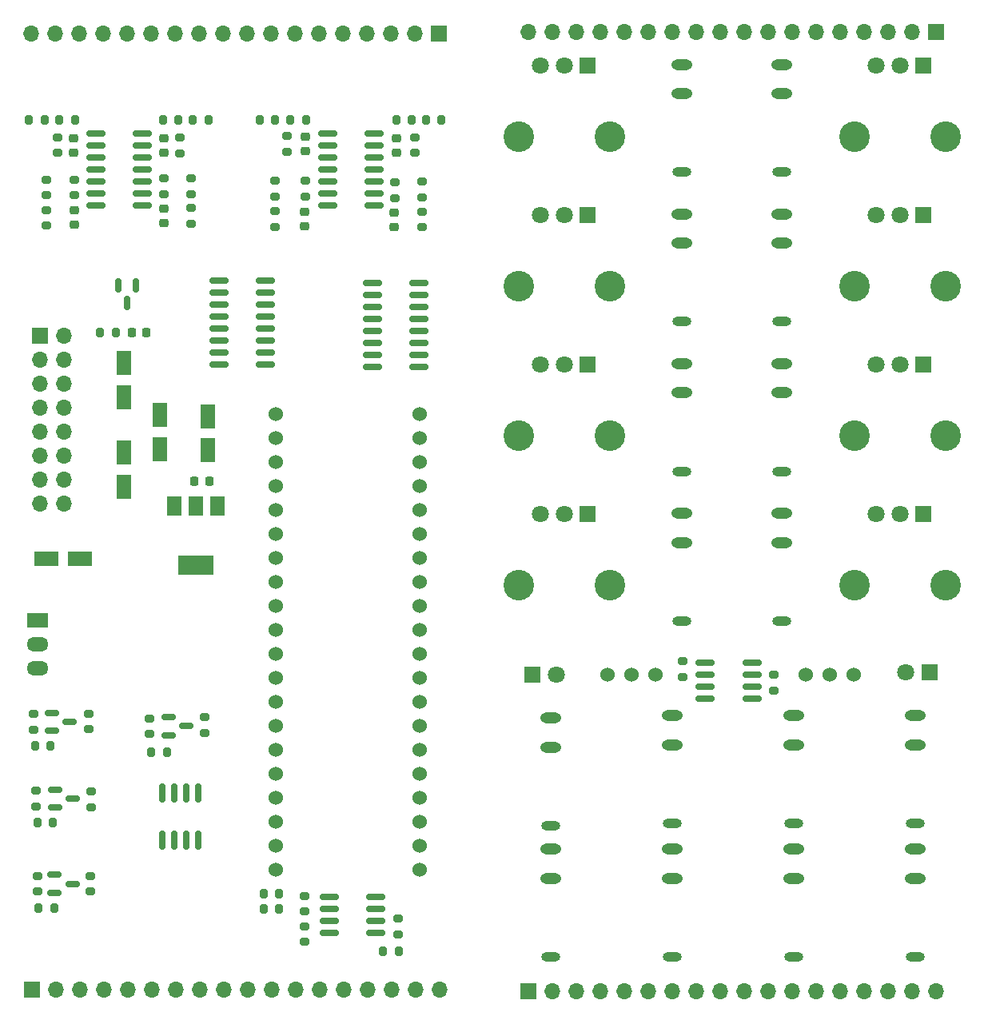
<source format=gts>
%TF.GenerationSoftware,KiCad,Pcbnew,(6.0.0-0)*%
%TF.CreationDate,2022-09-18T03:09:56-04:00*%
%TF.ProjectId,daisy_hardware_v1,64616973-795f-4686-9172-64776172655f,rev?*%
%TF.SameCoordinates,Original*%
%TF.FileFunction,Soldermask,Top*%
%TF.FilePolarity,Negative*%
%FSLAX46Y46*%
G04 Gerber Fmt 4.6, Leading zero omitted, Abs format (unit mm)*
G04 Created by KiCad (PCBNEW (6.0.0-0)) date 2022-09-18 03:09:56*
%MOMM*%
%LPD*%
G01*
G04 APERTURE LIST*
G04 Aperture macros list*
%AMRoundRect*
0 Rectangle with rounded corners*
0 $1 Rounding radius*
0 $2 $3 $4 $5 $6 $7 $8 $9 X,Y pos of 4 corners*
0 Add a 4 corners polygon primitive as box body*
4,1,4,$2,$3,$4,$5,$6,$7,$8,$9,$2,$3,0*
0 Add four circle primitives for the rounded corners*
1,1,$1+$1,$2,$3*
1,1,$1+$1,$4,$5*
1,1,$1+$1,$6,$7*
1,1,$1+$1,$8,$9*
0 Add four rect primitives between the rounded corners*
20,1,$1+$1,$2,$3,$4,$5,0*
20,1,$1+$1,$4,$5,$6,$7,0*
20,1,$1+$1,$6,$7,$8,$9,0*
20,1,$1+$1,$8,$9,$2,$3,0*%
G04 Aperture macros list end*
%ADD10O,2.216000X1.108000*%
%ADD11O,2.016000X1.008000*%
%ADD12RoundRect,0.250000X0.550000X-1.050000X0.550000X1.050000X-0.550000X1.050000X-0.550000X-1.050000X0*%
%ADD13RoundRect,0.200000X0.275000X-0.200000X0.275000X0.200000X-0.275000X0.200000X-0.275000X-0.200000X0*%
%ADD14RoundRect,0.200000X-0.200000X-0.275000X0.200000X-0.275000X0.200000X0.275000X-0.200000X0.275000X0*%
%ADD15RoundRect,0.225000X0.250000X-0.225000X0.250000X0.225000X-0.250000X0.225000X-0.250000X-0.225000X0*%
%ADD16R,1.700000X1.700000*%
%ADD17O,1.700000X1.700000*%
%ADD18RoundRect,0.200000X-0.275000X0.200000X-0.275000X-0.200000X0.275000X-0.200000X0.275000X0.200000X0*%
%ADD19RoundRect,0.225000X-0.250000X0.225000X-0.250000X-0.225000X0.250000X-0.225000X0.250000X0.225000X0*%
%ADD20C,3.240000*%
%ADD21R,1.800000X1.800000*%
%ADD22C,1.800000*%
%ADD23RoundRect,0.250000X-0.550000X1.050000X-0.550000X-1.050000X0.550000X-1.050000X0.550000X1.050000X0*%
%ADD24RoundRect,0.200000X0.200000X0.275000X-0.200000X0.275000X-0.200000X-0.275000X0.200000X-0.275000X0*%
%ADD25RoundRect,0.150000X-0.587500X-0.150000X0.587500X-0.150000X0.587500X0.150000X-0.587500X0.150000X0*%
%ADD26RoundRect,0.225000X-0.225000X-0.250000X0.225000X-0.250000X0.225000X0.250000X-0.225000X0.250000X0*%
%ADD27RoundRect,0.150000X-0.150000X0.587500X-0.150000X-0.587500X0.150000X-0.587500X0.150000X0.587500X0*%
%ADD28RoundRect,0.150000X-0.825000X-0.150000X0.825000X-0.150000X0.825000X0.150000X-0.825000X0.150000X0*%
%ADD29R,1.500000X2.000000*%
%ADD30R,3.800000X2.000000*%
%ADD31RoundRect,0.150000X0.825000X0.150000X-0.825000X0.150000X-0.825000X-0.150000X0.825000X-0.150000X0*%
%ADD32RoundRect,0.250000X1.050000X0.550000X-1.050000X0.550000X-1.050000X-0.550000X1.050000X-0.550000X0*%
%ADD33C,1.524000*%
%ADD34RoundRect,0.150000X0.150000X-0.825000X0.150000X0.825000X-0.150000X0.825000X-0.150000X-0.825000X0*%
%ADD35R,2.300000X1.500000*%
%ADD36O,2.300000X1.500000*%
G04 APERTURE END LIST*
D10*
%TO.C,J13*%
X107870333Y-294079999D03*
X107870333Y-297179999D03*
D11*
X107870333Y-305479999D03*
%TD*%
D12*
%TO.C,C15*%
X57620000Y-319091000D03*
X57620000Y-315491000D03*
%TD*%
D10*
%TO.C,J15*%
X118443666Y-278244000D03*
X118443666Y-281344000D03*
D11*
X118443666Y-289644000D03*
%TD*%
D13*
%TO.C,R22*%
X39556000Y-365841000D03*
X39556000Y-364191000D03*
%TD*%
D14*
%TO.C,R7*%
X63539200Y-366059000D03*
X65189200Y-366059000D03*
%TD*%
D15*
%TO.C,C11*%
X52946800Y-287596000D03*
X52946800Y-286046000D03*
%TD*%
D16*
%TO.C,J1*%
X39820000Y-306960000D03*
D17*
X42360000Y-306960000D03*
X39820000Y-309500000D03*
X42360000Y-309500000D03*
X39820000Y-312040000D03*
X42360000Y-312040000D03*
X39820000Y-314580000D03*
X42360000Y-314580000D03*
X39820000Y-317120000D03*
X42360000Y-317120000D03*
X39820000Y-319660000D03*
X42360000Y-319660000D03*
X39820000Y-322200000D03*
X42360000Y-322200000D03*
X39820000Y-324740000D03*
X42360000Y-324740000D03*
%TD*%
D10*
%TO.C,J14*%
X107870333Y-309915998D03*
X107870333Y-313015998D03*
D11*
X107870333Y-321315998D03*
%TD*%
D18*
%TO.C,R15*%
X117602000Y-342900000D03*
X117602000Y-344550000D03*
%TD*%
D19*
%TO.C,C10*%
X77377600Y-293896200D03*
X77377600Y-295446200D03*
%TD*%
D20*
%TO.C,RV1*%
X135737000Y-285874000D03*
X126137000Y-285874000D03*
D21*
X133437000Y-278374000D03*
D22*
X130937000Y-278374000D03*
X128437000Y-278374000D03*
%TD*%
D18*
%TO.C,R23*%
X45144000Y-364191000D03*
X45144000Y-365841000D03*
%TD*%
D23*
%TO.C,C2*%
X48730000Y-319329800D03*
X48730000Y-322929800D03*
%TD*%
D15*
%TO.C,C12*%
X77580800Y-287572200D03*
X77580800Y-286022200D03*
%TD*%
D18*
%TO.C,R20*%
X45018000Y-346984000D03*
X45018000Y-348634000D03*
%TD*%
%TO.C,R3*%
X67878000Y-369525000D03*
X67878000Y-371175000D03*
%TD*%
D21*
%TO.C,D1*%
X91960000Y-342900000D03*
D22*
X94500000Y-342900000D03*
%TD*%
D13*
%TO.C,R10*%
X51431000Y-349140000D03*
X51431000Y-347490000D03*
%TD*%
D10*
%TO.C,J10*%
X119718666Y-347215000D03*
X119718666Y-350315000D03*
D11*
X119718666Y-358615000D03*
%TD*%
D13*
%TO.C,R47*%
X79562000Y-287609000D03*
X79562000Y-285959000D03*
%TD*%
D24*
%TO.C,R4*%
X77847000Y-372128000D03*
X76197000Y-372128000D03*
%TD*%
D20*
%TO.C,RV3*%
X100177000Y-317546000D03*
X90577000Y-317546000D03*
D21*
X97877000Y-310046000D03*
D22*
X95377000Y-310046000D03*
X92877000Y-310046000D03*
%TD*%
D18*
%TO.C,R36*%
X64779200Y-290544200D03*
X64779200Y-292194200D03*
%TD*%
D15*
%TO.C,C5*%
X43404800Y-287607400D03*
X43404800Y-286057400D03*
%TD*%
D20*
%TO.C,RV5*%
X100177000Y-301710000D03*
X90577000Y-301710000D03*
D21*
X97877000Y-294210000D03*
D22*
X95377000Y-294210000D03*
X92877000Y-294210000D03*
%TD*%
D10*
%TO.C,J3*%
X93980000Y-361312000D03*
X93980000Y-364412000D03*
D11*
X93980000Y-372712000D03*
%TD*%
D13*
%TO.C,R19*%
X39176000Y-348697000D03*
X39176000Y-347047000D03*
%TD*%
D18*
%TO.C,R32*%
X55850800Y-293435000D03*
X55850800Y-295085000D03*
%TD*%
D14*
%TO.C,R25*%
X38668200Y-284104800D03*
X40318200Y-284104800D03*
%TD*%
D18*
%TO.C,R31*%
X52955200Y-290294400D03*
X52955200Y-291944400D03*
%TD*%
%TO.C,R37*%
X67979600Y-290544200D03*
X67979600Y-292194200D03*
%TD*%
D15*
%TO.C,C8*%
X67979600Y-287419800D03*
X67979600Y-285869800D03*
%TD*%
D18*
%TO.C,R39*%
X80324000Y-290659000D03*
X80324000Y-292309000D03*
%TD*%
D25*
%TO.C,Q3*%
X41480166Y-355050000D03*
X41480166Y-356950000D03*
X43355166Y-356000000D03*
%TD*%
D18*
%TO.C,R38*%
X64728400Y-293795400D03*
X64728400Y-295445400D03*
%TD*%
%TO.C,R41*%
X80324000Y-293833000D03*
X80324000Y-295483000D03*
%TD*%
D10*
%TO.C,J18*%
X107870333Y-325751998D03*
X107870333Y-328851998D03*
D11*
X107870333Y-337151998D03*
%TD*%
D20*
%TO.C,RV2*%
X135737000Y-301710000D03*
X126137000Y-301710000D03*
D21*
X133437000Y-294210000D03*
D22*
X130937000Y-294210000D03*
X128437000Y-294210000D03*
%TD*%
D18*
%TO.C,R28*%
X43455600Y-290434600D03*
X43455600Y-292084600D03*
%TD*%
D14*
%TO.C,R42*%
X52862600Y-284104800D03*
X54512600Y-284104800D03*
%TD*%
%TO.C,R9*%
X51622000Y-351046000D03*
X53272000Y-351046000D03*
%TD*%
D26*
%TO.C,C14*%
X56210000Y-322371000D03*
X57760000Y-322371000D03*
%TD*%
D19*
%TO.C,C7*%
X52960000Y-293485000D03*
X52960000Y-295035000D03*
%TD*%
D24*
%TO.C,R34*%
X68004000Y-284104800D03*
X66354000Y-284104800D03*
%TD*%
D14*
%TO.C,R21*%
X39684000Y-367556000D03*
X41334000Y-367556000D03*
%TD*%
D10*
%TO.C,J12*%
X107870333Y-278244000D03*
X107870333Y-281344000D03*
D11*
X107870333Y-289644000D03*
%TD*%
D12*
%TO.C,C1*%
X48730000Y-313474200D03*
X48730000Y-309874200D03*
%TD*%
D27*
%TO.C,U5*%
X50032000Y-301594500D03*
X48132000Y-301594500D03*
X49082000Y-303469500D03*
%TD*%
D28*
%TO.C,U6*%
X45755800Y-285514000D03*
X45755800Y-286784000D03*
X45755800Y-288054000D03*
X45755800Y-289324000D03*
X45755800Y-290594000D03*
X45755800Y-291864000D03*
X45755800Y-293134000D03*
X50705800Y-293134000D03*
X50705800Y-291864000D03*
X50705800Y-290594000D03*
X50705800Y-289324000D03*
X50705800Y-288054000D03*
X50705800Y-286784000D03*
X50705800Y-285514000D03*
%TD*%
D18*
%TO.C,R11*%
X57273000Y-347364000D03*
X57273000Y-349014000D03*
%TD*%
D10*
%TO.C,J16*%
X118443666Y-294080000D03*
X118443666Y-297180000D03*
D11*
X118443666Y-305480000D03*
%TD*%
D14*
%TO.C,R6*%
X63539200Y-367710000D03*
X65189200Y-367710000D03*
%TD*%
D12*
%TO.C,C13*%
X52540000Y-318986000D03*
X52540000Y-315386000D03*
%TD*%
D10*
%TO.C,J17*%
X118443666Y-309916000D03*
X118443666Y-313016000D03*
D11*
X118443666Y-321316000D03*
%TD*%
D25*
%TO.C,Q6*%
X41412500Y-364066000D03*
X41412500Y-365966000D03*
X43287500Y-365016000D03*
%TD*%
D29*
%TO.C,U10*%
X58650000Y-324961000D03*
X56350000Y-324961000D03*
X54050000Y-324961000D03*
D30*
X56350000Y-331261000D03*
%TD*%
D10*
%TO.C,J7*%
X93980000Y-347444500D03*
X93980000Y-350544500D03*
D11*
X93980000Y-358844500D03*
%TD*%
D18*
%TO.C,R40*%
X77428400Y-290710600D03*
X77428400Y-292360600D03*
%TD*%
D25*
%TO.C,Q2*%
X53463000Y-347368000D03*
X53463000Y-349268000D03*
X55338000Y-348318000D03*
%TD*%
D18*
%TO.C,R8*%
X107950000Y-341440000D03*
X107950000Y-343090000D03*
%TD*%
D10*
%TO.C,J4*%
X106849333Y-361312000D03*
X106849333Y-364412000D03*
D11*
X106849333Y-372712000D03*
%TD*%
D20*
%TO.C,RV4*%
X90577000Y-333382000D03*
X100177000Y-333382000D03*
D21*
X97877000Y-325882000D03*
D22*
X95377000Y-325882000D03*
X92877000Y-325882000D03*
%TD*%
D31*
%TO.C,U3*%
X80005000Y-310279000D03*
X80005000Y-309009000D03*
X80005000Y-307739000D03*
X80005000Y-306469000D03*
X80005000Y-305199000D03*
X80005000Y-303929000D03*
X80005000Y-302659000D03*
X80005000Y-301389000D03*
X75055000Y-301389000D03*
X75055000Y-302659000D03*
X75055000Y-303929000D03*
X75055000Y-305199000D03*
X75055000Y-306469000D03*
X75055000Y-307739000D03*
X75055000Y-309009000D03*
X75055000Y-310279000D03*
%TD*%
D19*
%TO.C,C6*%
X43455600Y-293685000D03*
X43455600Y-295235000D03*
%TD*%
D13*
%TO.C,R44*%
X54670000Y-287646000D03*
X54670000Y-285996000D03*
%TD*%
D28*
%TO.C,U4*%
X58799000Y-301135000D03*
X58799000Y-302405000D03*
X58799000Y-303675000D03*
X58799000Y-304945000D03*
X58799000Y-306215000D03*
X58799000Y-307485000D03*
X58799000Y-308755000D03*
X58799000Y-310025000D03*
X63749000Y-310025000D03*
X63749000Y-308755000D03*
X63749000Y-307485000D03*
X63749000Y-306215000D03*
X63749000Y-304945000D03*
X63749000Y-303675000D03*
X63749000Y-302405000D03*
X63749000Y-301135000D03*
%TD*%
D26*
%TO.C,C4*%
X49564000Y-306596000D03*
X51114000Y-306596000D03*
%TD*%
D13*
%TO.C,R26*%
X41716000Y-287607400D03*
X41716000Y-285957400D03*
%TD*%
D32*
%TO.C,C3*%
X44107200Y-330549800D03*
X40507200Y-330549800D03*
%TD*%
D13*
%TO.C,R13*%
X39430000Y-356825000D03*
X39430000Y-355175000D03*
%TD*%
D25*
%TO.C,Q5*%
X41111000Y-346922000D03*
X41111000Y-348822000D03*
X42986000Y-347872000D03*
%TD*%
D24*
%TO.C,R43*%
X57687600Y-284104800D03*
X56037600Y-284104800D03*
%TD*%
D20*
%TO.C,RV7*%
X126137000Y-333382000D03*
X135737000Y-333382000D03*
D21*
X133437000Y-325882000D03*
D22*
X130937000Y-325882000D03*
X128437000Y-325882000D03*
%TD*%
D31*
%TO.C,U11*%
X115251000Y-345440000D03*
X115251000Y-344170000D03*
X115251000Y-342900000D03*
X115251000Y-341630000D03*
X110301000Y-341630000D03*
X110301000Y-342900000D03*
X110301000Y-344170000D03*
X110301000Y-345440000D03*
%TD*%
D14*
%TO.C,R46*%
X77580800Y-284104800D03*
X79230800Y-284104800D03*
%TD*%
D10*
%TO.C,J2*%
X119718666Y-361312000D03*
X119718666Y-364412000D03*
D11*
X119718666Y-372712000D03*
%TD*%
D18*
%TO.C,R14*%
X45272000Y-355238000D03*
X45272000Y-356888000D03*
%TD*%
%TO.C,R2*%
X77784000Y-368700000D03*
X77784000Y-370350000D03*
%TD*%
D33*
%TO.C,SW1*%
X99960000Y-342900000D03*
X102500000Y-342900000D03*
X105040000Y-342900000D03*
%TD*%
D10*
%TO.C,J19*%
X118443666Y-325752000D03*
X118443666Y-328852000D03*
D11*
X118443666Y-337152000D03*
%TD*%
D31*
%TO.C,U2*%
X75433000Y-370223000D03*
X75433000Y-368953000D03*
X75433000Y-367683000D03*
X75433000Y-366413000D03*
X70483000Y-366413000D03*
X70483000Y-367683000D03*
X70483000Y-368953000D03*
X70483000Y-370223000D03*
%TD*%
D10*
%TO.C,J11*%
X132588000Y-347215000D03*
X132588000Y-350315000D03*
D11*
X132588000Y-358615000D03*
%TD*%
D20*
%TO.C,RV8*%
X100177000Y-285874000D03*
X90577000Y-285874000D03*
D21*
X97877000Y-278374000D03*
D22*
X95377000Y-278374000D03*
X92877000Y-278374000D03*
%TD*%
D18*
%TO.C,R29*%
X40560000Y-293635000D03*
X40560000Y-295285000D03*
%TD*%
D19*
%TO.C,C9*%
X67878000Y-293845400D03*
X67878000Y-295395400D03*
%TD*%
D18*
%TO.C,R30*%
X55850800Y-290294400D03*
X55850800Y-291944400D03*
%TD*%
D34*
%TO.C,U8*%
X52765000Y-360379000D03*
X54035000Y-360379000D03*
X55305000Y-360379000D03*
X56575000Y-360379000D03*
X56575000Y-355429000D03*
X55305000Y-355429000D03*
X54035000Y-355429000D03*
X52765000Y-355429000D03*
%TD*%
D14*
%TO.C,R18*%
X39304000Y-350412000D03*
X40954000Y-350412000D03*
%TD*%
D10*
%TO.C,J8*%
X106849333Y-347215000D03*
X106849333Y-350315000D03*
D11*
X106849333Y-358615000D03*
%TD*%
D20*
%TO.C,RV6*%
X126137000Y-317546000D03*
X135737000Y-317546000D03*
D21*
X133437000Y-310046000D03*
D22*
X130937000Y-310046000D03*
X128437000Y-310046000D03*
%TD*%
D14*
%TO.C,R5*%
X46225000Y-306596000D03*
X47875000Y-306596000D03*
%TD*%
D13*
%TO.C,R35*%
X66049200Y-287469800D03*
X66049200Y-285819800D03*
%TD*%
D18*
%TO.C,R27*%
X40560000Y-290434600D03*
X40560000Y-292084600D03*
%TD*%
D28*
%TO.C,U7*%
X70292000Y-285514000D03*
X70292000Y-286784000D03*
X70292000Y-288054000D03*
X70292000Y-289324000D03*
X70292000Y-290594000D03*
X70292000Y-291864000D03*
X70292000Y-293134000D03*
X75242000Y-293134000D03*
X75242000Y-291864000D03*
X75242000Y-290594000D03*
X75242000Y-289324000D03*
X75242000Y-288054000D03*
X75242000Y-286784000D03*
X75242000Y-285514000D03*
%TD*%
D18*
%TO.C,R1*%
X67878000Y-366286000D03*
X67878000Y-367936000D03*
%TD*%
D24*
%TO.C,R45*%
X82380400Y-284104800D03*
X80730400Y-284104800D03*
%TD*%
D10*
%TO.C,J5*%
X132588000Y-361312000D03*
X132588000Y-364412000D03*
D11*
X132588000Y-372712000D03*
%TD*%
D21*
%TO.C,D2*%
X134100000Y-342646000D03*
D22*
X131560000Y-342646000D03*
%TD*%
D35*
%TO.C,U9*%
X39586000Y-337128400D03*
D36*
X39586000Y-339668400D03*
X39586000Y-342208400D03*
%TD*%
D33*
%TO.C,U1*%
X64830000Y-315232000D03*
X64830000Y-317772000D03*
X64830000Y-320312000D03*
X64830000Y-322852000D03*
X64830000Y-325392000D03*
X64830000Y-327932000D03*
X64830000Y-330472000D03*
X64830000Y-333012000D03*
X64830000Y-335552000D03*
X64830000Y-338092000D03*
X64830000Y-340632000D03*
X64830000Y-343172000D03*
X64830000Y-345712000D03*
X64830000Y-348252000D03*
X64830000Y-350792000D03*
X64830000Y-353332000D03*
X64830000Y-355872000D03*
X64830000Y-358412000D03*
X64830000Y-360952000D03*
X64830000Y-363492000D03*
X80070000Y-363492000D03*
X80070000Y-360952000D03*
X80070000Y-358412000D03*
X80070000Y-355872000D03*
X80070000Y-353332000D03*
X80070000Y-350792000D03*
X80070000Y-348252000D03*
X80070000Y-345712000D03*
X80070000Y-343172000D03*
X80070000Y-340632000D03*
X80070000Y-338092000D03*
X80070000Y-335552000D03*
X80070000Y-333012000D03*
X80070000Y-330472000D03*
X80070000Y-327932000D03*
X80070000Y-325392000D03*
X80070000Y-322852000D03*
X80070000Y-320312000D03*
X80070000Y-317772000D03*
X80070000Y-315232000D03*
%TD*%
D24*
%TO.C,R24*%
X43571800Y-284104800D03*
X41921800Y-284104800D03*
%TD*%
D14*
%TO.C,R12*%
X39558000Y-358540000D03*
X41208000Y-358540000D03*
%TD*%
%TO.C,R33*%
X63090600Y-284104800D03*
X64740600Y-284104800D03*
%TD*%
D33*
%TO.C,SW2*%
X126040000Y-342900000D03*
X123500000Y-342900000D03*
X120960000Y-342900000D03*
%TD*%
D16*
%TO.C,J21*%
X38976400Y-376193600D03*
D17*
X41516400Y-376193600D03*
X44056400Y-376193600D03*
X46596400Y-376193600D03*
X49136400Y-376193600D03*
X51676400Y-376193600D03*
X54216400Y-376193600D03*
X56756400Y-376193600D03*
X59296400Y-376193600D03*
X61836400Y-376193600D03*
X64376400Y-376193600D03*
X66916400Y-376193600D03*
X69456400Y-376193600D03*
X71996400Y-376193600D03*
X74536400Y-376193600D03*
X77076400Y-376193600D03*
X79616400Y-376193600D03*
X82156400Y-376193600D03*
%TD*%
D16*
%TO.C,J20*%
X82126400Y-274975000D03*
D17*
X79586400Y-274975000D03*
X77046400Y-274975000D03*
X74506400Y-274975000D03*
X71966400Y-274975000D03*
X69426400Y-274975000D03*
X66886400Y-274975000D03*
X64346400Y-274975000D03*
X61806400Y-274975000D03*
X59266400Y-274975000D03*
X56726400Y-274975000D03*
X54186400Y-274975000D03*
X51646400Y-274975000D03*
X49106400Y-274975000D03*
X46566400Y-274975000D03*
X44026400Y-274975000D03*
X41486400Y-274975000D03*
X38946400Y-274975000D03*
%TD*%
D16*
%TO.C,J9*%
X91592400Y-376428000D03*
D17*
X94132400Y-376428000D03*
X96672400Y-376428000D03*
X99212400Y-376428000D03*
X101752400Y-376428000D03*
X104292400Y-376428000D03*
X106832400Y-376428000D03*
X109372400Y-376428000D03*
X111912400Y-376428000D03*
X114452400Y-376428000D03*
X116992400Y-376428000D03*
X119532400Y-376428000D03*
X122072400Y-376428000D03*
X124612400Y-376428000D03*
X127152400Y-376428000D03*
X129692400Y-376428000D03*
X132232400Y-376428000D03*
X134772400Y-376428000D03*
%TD*%
D16*
%TO.C,J6*%
X134742400Y-274828000D03*
D17*
X132202400Y-274828000D03*
X129662400Y-274828000D03*
X127122400Y-274828000D03*
X124582400Y-274828000D03*
X122042400Y-274828000D03*
X119502400Y-274828000D03*
X116962400Y-274828000D03*
X114422400Y-274828000D03*
X111882400Y-274828000D03*
X109342400Y-274828000D03*
X106802400Y-274828000D03*
X104262400Y-274828000D03*
X101722400Y-274828000D03*
X99182400Y-274828000D03*
X96642400Y-274828000D03*
X94102400Y-274828000D03*
X91562400Y-274828000D03*
%TD*%
M02*

</source>
